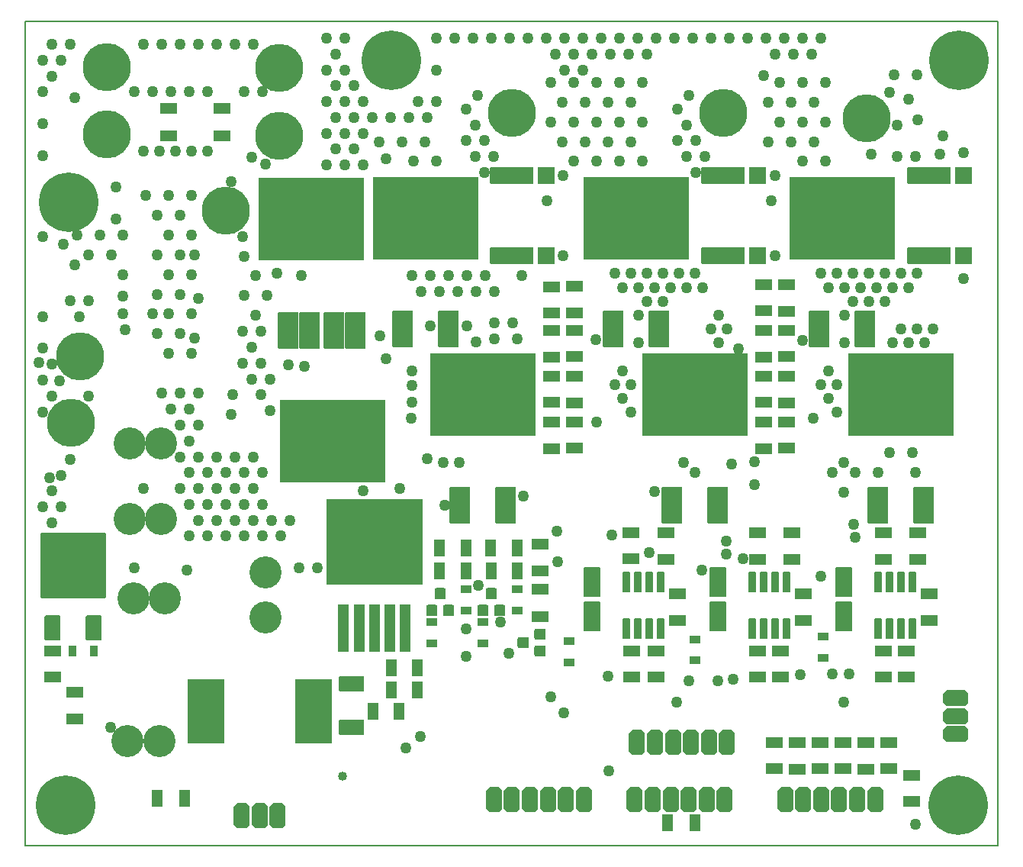
<source format=gbr>
G04 PROTEUS GERBER X2 FILE*
%TF.GenerationSoftware,Labcenter,Proteus,8.7-SP3-Build25561*%
%TF.CreationDate,2021-07-11T19:21:44+00:00*%
%TF.FileFunction,Soldermask,Top*%
%TF.FilePolarity,Negative*%
%TF.Part,Single*%
%TF.SameCoordinates,{e2a5a0b5-523e-413d-a229-b9dd8a4e077c}*%
%FSLAX45Y45*%
%MOMM*%
G01*
%TA.AperFunction,Material*%
%ADD55C,1.270000*%
%ADD56C,1.016000*%
%AMPPAD051*
4,1,36,
2.413000,0.825500,
2.413000,-0.825500,
2.410470,-0.851470,
2.403200,-0.875480,
2.391650,-0.897080,
2.376290,-0.915790,
2.357570,-0.931150,
2.335980,-0.942700,
2.311970,-0.949970,
2.286000,-0.952500,
-2.286000,-0.952500,
-2.311970,-0.949970,
-2.335980,-0.942700,
-2.357570,-0.931150,
-2.376290,-0.915790,
-2.391650,-0.897080,
-2.403200,-0.875480,
-2.410470,-0.851470,
-2.413000,-0.825500,
-2.413000,0.825500,
-2.410470,0.851470,
-2.403200,0.875480,
-2.391650,0.897080,
-2.376290,0.915790,
-2.357570,0.931150,
-2.335980,0.942700,
-2.311970,0.949970,
-2.286000,0.952500,
2.286000,0.952500,
2.311970,0.949970,
2.335980,0.942700,
2.357570,0.931150,
2.376290,0.915790,
2.391650,0.897080,
2.403200,0.875480,
2.410470,0.851470,
2.413000,0.825500,
0*%
%TA.AperFunction,Material*%
%ADD57PPAD051*%
%AMPPAD052*
4,1,36,
0.952500,0.825500,
0.952500,-0.825500,
0.949970,-0.851470,
0.942700,-0.875480,
0.931150,-0.897080,
0.915790,-0.915790,
0.897070,-0.931150,
0.875480,-0.942700,
0.851470,-0.949970,
0.825500,-0.952500,
-0.825500,-0.952500,
-0.851470,-0.949970,
-0.875480,-0.942700,
-0.897070,-0.931150,
-0.915790,-0.915790,
-0.931150,-0.897080,
-0.942700,-0.875480,
-0.949970,-0.851470,
-0.952500,-0.825500,
-0.952500,0.825500,
-0.949970,0.851470,
-0.942700,0.875480,
-0.931150,0.897080,
-0.915790,0.915790,
-0.897070,0.931150,
-0.875480,0.942700,
-0.851470,0.949970,
-0.825500,0.952500,
0.825500,0.952500,
0.851470,0.949970,
0.875480,0.942700,
0.897070,0.931150,
0.915790,0.915790,
0.931150,0.897080,
0.942700,0.875480,
0.949970,0.851470,
0.952500,0.825500,
0*%
%ADD58PPAD052*%
%TA.AperFunction,Material*%
%ADD59C,5.334000*%
%AMPPAD054*
4,1,36,
-3.492500,3.619500,
3.492500,3.619500,
3.518470,3.616970,
3.542480,3.609700,
3.564080,3.598150,
3.582790,3.582790,
3.598150,3.564070,
3.609700,3.542480,
3.616970,3.518470,
3.619500,3.492500,
3.619500,-3.492500,
3.616970,-3.518470,
3.609700,-3.542480,
3.598150,-3.564070,
3.582790,-3.582790,
3.564080,-3.598150,
3.542480,-3.609700,
3.518470,-3.616970,
3.492500,-3.619500,
-3.492500,-3.619500,
-3.518470,-3.616970,
-3.542480,-3.609700,
-3.564080,-3.598150,
-3.582790,-3.582790,
-3.598150,-3.564070,
-3.609700,-3.542480,
-3.616970,-3.518470,
-3.619500,-3.492500,
-3.619500,3.492500,
-3.616970,3.518470,
-3.609700,3.542480,
-3.598150,3.564070,
-3.582790,3.582790,
-3.564080,3.598150,
-3.542480,3.609700,
-3.518470,3.616970,
-3.492500,3.619500,
0*%
%TA.AperFunction,Material*%
%ADD60PPAD054*%
%AMPPAD055*
4,1,36,
-0.762000,1.397000,
0.762000,1.397000,
0.787970,1.394470,
0.811980,1.387200,
0.833580,1.375650,
0.852290,1.360290,
0.867650,1.341570,
0.879200,1.319980,
0.886470,1.295970,
0.889000,1.270000,
0.889000,-1.270000,
0.886470,-1.295970,
0.879200,-1.319980,
0.867650,-1.341570,
0.852290,-1.360290,
0.833580,-1.375650,
0.811980,-1.387200,
0.787970,-1.394470,
0.762000,-1.397000,
-0.762000,-1.397000,
-0.787970,-1.394470,
-0.811980,-1.387200,
-0.833580,-1.375650,
-0.852290,-1.360290,
-0.867650,-1.341570,
-0.879200,-1.319980,
-0.886470,-1.295970,
-0.889000,-1.270000,
-0.889000,1.270000,
-0.886470,1.295970,
-0.879200,1.319980,
-0.867650,1.341570,
-0.852290,1.360290,
-0.833580,1.375650,
-0.811980,1.387200,
-0.787970,1.394470,
-0.762000,1.397000,
0*%
%ADD61PPAD055*%
%AMPPAD056*
4,1,36,
0.317500,-0.571500,
-0.317500,-0.571500,
-0.343470,-0.568970,
-0.367480,-0.561700,
-0.389080,-0.550150,
-0.407790,-0.534790,
-0.423150,-0.516070,
-0.434700,-0.494480,
-0.441970,-0.470470,
-0.444500,-0.444500,
-0.444500,0.444500,
-0.441970,0.470470,
-0.434700,0.494480,
-0.423150,0.516070,
-0.407790,0.534790,
-0.389080,0.550150,
-0.367480,0.561700,
-0.343470,0.568970,
-0.317500,0.571500,
0.317500,0.571500,
0.343470,0.568970,
0.367480,0.561700,
0.389080,0.550150,
0.407790,0.534790,
0.423150,0.516070,
0.434700,0.494480,
0.441970,0.470470,
0.444500,0.444500,
0.444500,-0.444500,
0.441970,-0.470470,
0.434700,-0.494480,
0.423150,-0.516070,
0.407790,-0.534790,
0.389080,-0.550150,
0.367480,-0.561700,
0.343470,-0.568970,
0.317500,-0.571500,
0*%
%TA.AperFunction,Material*%
%ADD62PPAD056*%
%AMPPAD057*
4,1,4,
-0.901700,-0.571500,
-0.901700,0.571500,
0.901700,0.571500,
0.901700,-0.571500,
-0.901700,-0.571500,
0*%
%ADD63PPAD057*%
%AMPPAD058*
4,1,4,
-0.571500,2.603500,
0.571500,2.603500,
0.571500,-2.603500,
-0.571500,-2.603500,
-0.571500,2.603500,
0*%
%TA.AperFunction,Material*%
%ADD64PPAD058*%
%AMPPAD059*
4,1,4,
-5.372100,-4.775200,
-5.372100,4.775200,
5.372100,4.775200,
5.372100,-4.775200,
-5.372100,-4.775200,
0*%
%ADD65PPAD059*%
%AMPPAD060*
4,1,36,
-1.905000,3.556000,
1.905000,3.556000,
1.930970,3.553470,
1.954980,3.546200,
1.976580,3.534650,
1.995290,3.519290,
2.010650,3.500570,
2.022200,3.478980,
2.029470,3.454970,
2.032000,3.429000,
2.032000,-3.429000,
2.029470,-3.454970,
2.022200,-3.478980,
2.010650,-3.500570,
1.995290,-3.519290,
1.976580,-3.534650,
1.954980,-3.546200,
1.930970,-3.553470,
1.905000,-3.556000,
-1.905000,-3.556000,
-1.930970,-3.553470,
-1.954980,-3.546200,
-1.976580,-3.534650,
-1.995290,-3.519290,
-2.010650,-3.500570,
-2.022200,-3.478980,
-2.029470,-3.454970,
-2.032000,-3.429000,
-2.032000,3.429000,
-2.029470,3.454970,
-2.022200,3.478980,
-2.010650,3.500570,
-1.995290,3.519290,
-1.976580,3.534650,
-1.954980,3.546200,
-1.930970,3.553470,
-1.905000,3.556000,
0*%
%TA.AperFunction,Material*%
%ADD66PPAD060*%
%AMPPAD061*
4,1,36,
-1.397000,-0.736600,
-1.397000,0.736600,
-1.394470,0.762570,
-1.387200,0.786580,
-1.375650,0.808180,
-1.360290,0.826890,
-1.341570,0.842250,
-1.319980,0.853800,
-1.295970,0.861070,
-1.270000,0.863600,
1.270000,0.863600,
1.295970,0.861070,
1.319980,0.853800,
1.341570,0.842250,
1.360290,0.826890,
1.375650,0.808180,
1.387200,0.786580,
1.394470,0.762570,
1.397000,0.736600,
1.397000,-0.736600,
1.394470,-0.762570,
1.387200,-0.786580,
1.375650,-0.808180,
1.360290,-0.826890,
1.341570,-0.842250,
1.319980,-0.853800,
1.295970,-0.861070,
1.270000,-0.863600,
-1.270000,-0.863600,
-1.295970,-0.861070,
-1.319980,-0.853800,
-1.341570,-0.842250,
-1.360290,-0.826890,
-1.375650,-0.808180,
-1.387200,-0.786580,
-1.394470,-0.762570,
-1.397000,-0.736600,
0*%
%ADD67PPAD061*%
%AMPPAD062*
4,1,4,
0.571500,-0.901700,
-0.571500,-0.901700,
-0.571500,0.901700,
0.571500,0.901700,
0.571500,-0.901700,
0*%
%ADD68PPAD062*%
%TA.AperFunction,Material*%
%ADD69C,6.604000*%
%AMPPAD064*
4,1,36,
0.317500,-1.143000,
-0.317500,-1.143000,
-0.343470,-1.140470,
-0.367480,-1.133200,
-0.389080,-1.121650,
-0.407790,-1.106290,
-0.423150,-1.087570,
-0.434700,-1.065980,
-0.441970,-1.041970,
-0.444500,-1.016000,
-0.444500,1.016000,
-0.441970,1.041970,
-0.434700,1.065980,
-0.423150,1.087570,
-0.407790,1.106290,
-0.389080,1.121650,
-0.367480,1.133200,
-0.343470,1.140470,
-0.317500,1.143000,
0.317500,1.143000,
0.343470,1.140470,
0.367480,1.133200,
0.389080,1.121650,
0.407790,1.106290,
0.423150,1.087570,
0.434700,1.065980,
0.441970,1.041970,
0.444500,1.016000,
0.444500,-1.016000,
0.441970,-1.041970,
0.434700,-1.065980,
0.423150,-1.087570,
0.407790,-1.106290,
0.389080,-1.121650,
0.367480,-1.133200,
0.343470,-1.140470,
0.317500,-1.143000,
0*%
%TA.AperFunction,Material*%
%ADD74PPAD064*%
%AMPPAD065*
4,1,36,
-0.825500,1.651000,
0.825500,1.651000,
0.851470,1.648470,
0.875480,1.641200,
0.897080,1.629650,
0.915790,1.614290,
0.931150,1.595570,
0.942700,1.573980,
0.949970,1.549970,
0.952500,1.524000,
0.952500,-1.524000,
0.949970,-1.549970,
0.942700,-1.573980,
0.931150,-1.595570,
0.915790,-1.614290,
0.897080,-1.629650,
0.875480,-1.641200,
0.851470,-1.648470,
0.825500,-1.651000,
-0.825500,-1.651000,
-0.851470,-1.648470,
-0.875480,-1.641200,
-0.897080,-1.629650,
-0.915790,-1.614290,
-0.931150,-1.595570,
-0.942700,-1.573980,
-0.949970,-1.549970,
-0.952500,-1.524000,
-0.952500,1.524000,
-0.949970,1.549970,
-0.942700,1.573980,
-0.931150,1.595570,
-0.915790,1.614290,
-0.897080,1.629650,
-0.875480,1.641200,
-0.851470,1.648470,
-0.825500,1.651000,
0*%
%TA.AperFunction,Material*%
%ADD75PPAD065*%
%AMPPAD066*
4,1,36,
0.571500,0.317500,
0.571500,-0.317500,
0.568970,-0.343470,
0.561700,-0.367480,
0.550150,-0.389080,
0.534790,-0.407790,
0.516070,-0.423150,
0.494480,-0.434700,
0.470470,-0.441970,
0.444500,-0.444500,
-0.444500,-0.444500,
-0.470470,-0.441970,
-0.494480,-0.434700,
-0.516070,-0.423150,
-0.534790,-0.407790,
-0.550150,-0.389080,
-0.561700,-0.367480,
-0.568970,-0.343470,
-0.571500,-0.317500,
-0.571500,0.317500,
-0.568970,0.343470,
-0.561700,0.367480,
-0.550150,0.389080,
-0.534790,0.407790,
-0.516070,0.423150,
-0.494480,0.434700,
-0.470470,0.441970,
-0.444500,0.444500,
0.444500,0.444500,
0.470470,0.441970,
0.494480,0.434700,
0.516070,0.423150,
0.534790,0.407790,
0.550150,0.389080,
0.561700,0.367480,
0.568970,0.343470,
0.571500,0.317500,
0*%
%ADD76PPAD066*%
%AMPPAD067*
4,1,36,
0.444500,-0.635000,
-0.444500,-0.635000,
-0.470470,-0.632470,
-0.494480,-0.625200,
-0.516080,-0.613650,
-0.534790,-0.598290,
-0.550150,-0.579570,
-0.561700,-0.557980,
-0.568970,-0.533970,
-0.571500,-0.508000,
-0.571500,0.508000,
-0.568970,0.533970,
-0.561700,0.557980,
-0.550150,0.579570,
-0.534790,0.598290,
-0.516080,0.613650,
-0.494480,0.625200,
-0.470470,0.632470,
-0.444500,0.635000,
0.444500,0.635000,
0.470470,0.632470,
0.494480,0.625200,
0.516080,0.613650,
0.534790,0.598290,
0.550150,0.579570,
0.561700,0.557980,
0.568970,0.533970,
0.571500,0.508000,
0.571500,-0.508000,
0.568970,-0.533970,
0.561700,-0.557980,
0.550150,-0.579570,
0.534790,-0.598290,
0.516080,-0.613650,
0.494480,-0.625200,
0.470470,-0.632470,
0.444500,-0.635000,
0*%
%TA.AperFunction,Material*%
%ADD77PPAD067*%
%AMPPAD068*
4,1,36,
0.635000,0.444500,
0.635000,-0.444500,
0.632470,-0.470470,
0.625200,-0.494480,
0.613650,-0.516080,
0.598290,-0.534790,
0.579570,-0.550150,
0.557980,-0.561700,
0.533970,-0.568970,
0.508000,-0.571500,
-0.508000,-0.571500,
-0.533970,-0.568970,
-0.557980,-0.561700,
-0.579570,-0.550150,
-0.598290,-0.534790,
-0.613650,-0.516080,
-0.625200,-0.494480,
-0.632470,-0.470470,
-0.635000,-0.444500,
-0.635000,0.444500,
-0.632470,0.470470,
-0.625200,0.494480,
-0.613650,0.516080,
-0.598290,0.534790,
-0.579570,0.550150,
-0.557980,0.561700,
-0.533970,0.568970,
-0.508000,0.571500,
0.508000,0.571500,
0.533970,0.568970,
0.557980,0.561700,
0.579570,0.550150,
0.598290,0.534790,
0.613650,0.516080,
0.625200,0.494480,
0.632470,0.470470,
0.635000,0.444500,
0*%
%ADD78PPAD068*%
%AMPPAD069*
4,1,8,
-1.397000,-0.509800,
-1.397000,0.509800,
-1.017800,0.889000,
1.017800,0.889000,
1.397000,0.509800,
1.397000,-0.509800,
1.017800,-0.889000,
-1.017800,-0.889000,
-1.397000,-0.509800,
0*%
%ADD79PPAD069*%
%AMPPAD070*
4,1,8,
-0.509800,1.397000,
0.509800,1.397000,
0.889000,1.017800,
0.889000,-1.017800,
0.509800,-1.397000,
-0.509800,-1.397000,
-0.889000,-1.017800,
-0.889000,1.017800,
-0.509800,1.397000,
0*%
%TA.AperFunction,Material*%
%ADD80PPAD070*%
%TA.AperFunction,Material*%
%ADD81C,3.556000*%
%AMPPAD072*
4,1,36,
5.715000,-4.572000,
-5.715000,-4.572000,
-5.740970,-4.569470,
-5.764980,-4.562200,
-5.786580,-4.550650,
-5.805290,-4.535290,
-5.820650,-4.516570,
-5.832200,-4.494980,
-5.839470,-4.470970,
-5.842000,-4.445000,
-5.842000,4.445000,
-5.839470,4.470970,
-5.832200,4.494980,
-5.820650,4.516570,
-5.805290,4.535290,
-5.786580,4.550650,
-5.764980,4.562200,
-5.740970,4.569470,
-5.715000,4.572000,
5.715000,4.572000,
5.740970,4.569470,
5.764980,4.562200,
5.786580,4.550650,
5.805290,4.535290,
5.820650,4.516570,
5.832200,4.494980,
5.839470,4.470970,
5.842000,4.445000,
5.842000,-4.445000,
5.839470,-4.470970,
5.832200,-4.494980,
5.820650,-4.516570,
5.805290,-4.535290,
5.786580,-4.550650,
5.764980,-4.562200,
5.740970,-4.569470,
5.715000,-4.572000,
0*%
%TA.AperFunction,Material*%
%ADD82PPAD072*%
%AMPPAD073*
4,1,36,
1.016000,-2.032000,
-1.016000,-2.032000,
-1.041970,-2.029470,
-1.065980,-2.022200,
-1.087580,-2.010650,
-1.106290,-1.995290,
-1.121650,-1.976570,
-1.133200,-1.954980,
-1.140470,-1.930970,
-1.143000,-1.905000,
-1.143000,1.905000,
-1.140470,1.930970,
-1.133200,1.954980,
-1.121650,1.976570,
-1.106290,1.995290,
-1.087580,2.010650,
-1.065980,2.022200,
-1.041970,2.029470,
-1.016000,2.032000,
1.016000,2.032000,
1.041970,2.029470,
1.065980,2.022200,
1.087580,2.010650,
1.106290,1.995290,
1.121650,1.976570,
1.133200,1.954980,
1.140470,1.930970,
1.143000,1.905000,
1.143000,-1.905000,
1.140470,-1.930970,
1.133200,-1.954980,
1.121650,-1.976570,
1.106290,-1.995290,
1.087580,-2.010650,
1.065980,-2.022200,
1.041970,-2.029470,
1.016000,-2.032000,
0*%
%ADD83PPAD073*%
%TA.AperFunction,Profile*%
%ADD39C,0.203200*%
%TD.AperFunction*%
D55*
X+3225800Y+1174750D03*
X+3479800Y+1174750D03*
X+5257800Y+1174750D03*
X+5511800Y+1174750D03*
X+5765800Y+1174750D03*
X+7543800Y+1174750D03*
X+7797800Y+1174750D03*
X+3098800Y+1394720D03*
X+3352800Y+1394720D03*
X+4876800Y+1394720D03*
X+5130800Y+1394720D03*
X+5384800Y+1394720D03*
X+5638800Y+1394720D03*
X+7162800Y+1394720D03*
X+7416800Y+1394720D03*
X+7670800Y+1394720D03*
X+4749800Y+1614690D03*
X+5003800Y+1614690D03*
X+5257800Y+1614690D03*
X+5511800Y+1614690D03*
X+5765800Y+1614690D03*
X+7289800Y+1614690D03*
X+7543800Y+1614690D03*
X+7797800Y+1614690D03*
X+4876800Y+1834660D03*
X+5130800Y+1834660D03*
X+5384800Y+1834660D03*
X+5638800Y+1834660D03*
X+7162800Y+1834660D03*
X+7416800Y+1834660D03*
X+7670800Y+1834660D03*
X+4749800Y+2054630D03*
X+5003800Y+2054630D03*
X+5257800Y+2054630D03*
X+5511800Y+2054630D03*
X+5765800Y+2054630D03*
X+7289800Y+2054630D03*
X+7543800Y+2054630D03*
X+7797800Y+2054630D03*
X+3213100Y-1497654D03*
X+3213100Y-1308100D03*
X+3213100Y-1145702D03*
X+4127500Y-617774D03*
X+4330700Y-617774D03*
X+3314700Y-265822D03*
X+3517900Y-265822D03*
X+3721100Y-265822D03*
X+3924300Y-265822D03*
X+4127500Y-265822D03*
X+3213100Y-89846D03*
X+3416300Y-89846D03*
X+3619500Y-89846D03*
X+3822700Y-89846D03*
X+4025900Y-89846D03*
X+4432300Y-89846D03*
X+4013200Y+1052310D03*
X+3911600Y+1228286D03*
X+4114800Y+1228286D03*
X+3810000Y+1404262D03*
X+4013200Y+1404262D03*
X+3911600Y+1580238D03*
X+3810000Y+1756214D03*
X+3937000Y+1905000D03*
X+8597900Y+1228286D03*
X+8801100Y+1228286D03*
X+8597900Y+1580238D03*
X+8724900Y+1866900D03*
X+6363969Y+1052310D03*
X+6262369Y+1228286D03*
X+6465569Y+1228286D03*
X+6160769Y+1404262D03*
X+6363969Y+1404262D03*
X+6262369Y+1580238D03*
X+6160769Y+1756214D03*
X+6286500Y+1905000D03*
X+7747000Y-3429000D03*
X+6428649Y-3363510D03*
X+3200400Y-1676400D03*
X+4127500Y-793750D03*
X+4381500Y-793750D03*
X+5003800Y+1174750D03*
X-134100Y-5105400D03*
X+1472186Y-535190D03*
X+1345186Y-315220D03*
X+1599186Y-315220D03*
X+1472186Y-95250D03*
X+1345186Y+124720D03*
X+1714500Y-63500D03*
X+1206500Y+952500D03*
X+1587500Y+1143000D03*
X+2844800Y+1394720D03*
X+8305800Y+1257545D03*
X+9067800Y+1257545D03*
X+8509000Y+1943100D03*
X+8559800Y+2137425D03*
X+8813800Y+2137425D03*
X+2921000Y+1206500D03*
X+4191000Y-3937000D03*
X+7519052Y-4519896D03*
X+7874000Y-4508500D03*
X+3811743Y-4009908D03*
X+3810000Y-4318000D03*
X+4445000Y-2540000D03*
X+6756400Y-2184400D03*
X+508000Y-958605D03*
X+762000Y-958605D03*
X+381000Y-738635D03*
X+635000Y-738635D03*
X+0Y-518665D03*
X+508000Y-518665D03*
X+762000Y-518665D03*
X+381000Y-298695D03*
X+635000Y-298695D03*
X+0Y-78725D03*
X+508000Y-78725D03*
X+762000Y-78725D03*
X-381000Y+141245D03*
X-127000Y+141245D03*
X+381000Y+141245D03*
X+635000Y+141245D03*
X-508000Y+361215D03*
X-254000Y+361215D03*
X+0Y+361215D03*
X+508000Y+361215D03*
X+762000Y+361215D03*
X+381000Y+581185D03*
X+635000Y+581185D03*
X+254000Y+801155D03*
X+508000Y+801155D03*
X+762000Y+801155D03*
X+5384021Y-4535575D03*
X+4283159Y-4283011D03*
X+4826045Y-3267760D03*
X+2667000Y-2476500D03*
X+7543800Y-812800D03*
X+8127850Y-2993866D03*
X+8118219Y-2853714D03*
X+5249412Y-804176D03*
X+6696244Y-3035770D03*
X+5257800Y-1714500D03*
X+5905500Y-2489200D03*
X+6698805Y-3180794D03*
X+7664736Y-1676863D03*
X+8001000Y-2498395D03*
X+6350000Y-2278425D03*
X+7874000Y-2278425D03*
X+8128000Y-2278425D03*
X+8382000Y-2278425D03*
X+8509000Y-2058455D03*
X+8763000Y-2058455D03*
X+1218186Y-1415070D03*
X+1980186Y-95250D03*
X+3924300Y-823914D03*
X+3416300Y-647938D03*
X+3822700Y-647938D03*
X+7924800Y-1608885D03*
X+7835900Y-1454906D03*
X+7747000Y-1300927D03*
X+7924800Y-1300927D03*
X+7835900Y-1146948D03*
X+8013700Y-838990D03*
X+8547100Y-838990D03*
X+8724900Y-838990D03*
X+8902700Y-838990D03*
X+8636000Y-685011D03*
X+8813800Y-685011D03*
X+8991600Y-685011D03*
X+8013700Y-531032D03*
X+8102600Y-377053D03*
X+8280400Y-377053D03*
X+8458200Y-377053D03*
X+7835900Y-223074D03*
X+8013700Y-223074D03*
X+8191500Y-223074D03*
X+8369300Y-223074D03*
X+8547100Y-223074D03*
X+8724900Y-223074D03*
X+7747000Y-69095D03*
X+7924800Y-69095D03*
X+8102600Y-69095D03*
X+8280400Y-69095D03*
X+8458200Y-69095D03*
X+8636000Y-69095D03*
X+8813800Y-69095D03*
X+5638800Y-1608885D03*
X+5549900Y-1454906D03*
X+5461000Y-1300927D03*
X+5638800Y-1300927D03*
X+5549900Y-1146948D03*
X+5727700Y-838990D03*
X+6616700Y-838990D03*
X+6527800Y-685011D03*
X+6705600Y-685011D03*
X+5727700Y-531032D03*
X+6616700Y-531032D03*
X+5816600Y-377053D03*
X+5994400Y-377053D03*
X+5549900Y-223074D03*
X+5727700Y-223074D03*
X+5905500Y-223074D03*
X+6083300Y-223074D03*
X+6261100Y-223074D03*
X+6438900Y-223074D03*
X+5461000Y-69095D03*
X+5638800Y-69095D03*
X+5816600Y-69095D03*
X+5994400Y-69095D03*
X+6172200Y-69095D03*
X+6350000Y-69095D03*
X+7010400Y-2413000D03*
X+3556000Y-2168441D03*
X+3733800Y-2168441D03*
X+6223000Y-2168441D03*
X+8001000Y-2168441D03*
X+800100Y-782630D03*
X+0Y-320693D03*
X+800100Y+141244D03*
X+4711700Y+738213D03*
X+7200900Y+738213D03*
X+7112000Y+2124024D03*
X+8826500Y+1638300D03*
X+9105900Y+1460500D03*
X+2014205Y-1094840D03*
X+1841500Y-1079500D03*
X+8802625Y-6177544D03*
X+8064500Y-4508500D03*
X+8001000Y-4826000D03*
X+6286500Y-4584700D03*
X+6604000Y-4584700D03*
X+6153231Y-4826944D03*
X+6778656Y-4571579D03*
X+127000Y-3334134D03*
X+1955800Y-3334134D03*
X+2159000Y-3334134D03*
X+736600Y-2982182D03*
X+939800Y-2982182D03*
X+1143000Y-2982182D03*
X+1346200Y-2982182D03*
X+1549400Y-2982182D03*
X+1752600Y-2982182D03*
X+838200Y-2806206D03*
X+1041400Y-2806206D03*
X+1244600Y-2806206D03*
X+1447800Y-2806206D03*
X+1651000Y-2806206D03*
X+1854200Y-2806206D03*
X+736600Y-2630230D03*
X+939800Y-2630230D03*
X+1143000Y-2630230D03*
X+1346200Y-2630230D03*
X+1549400Y-2630230D03*
X+228600Y-2454254D03*
X+635000Y-2454254D03*
X+838200Y-2454254D03*
X+1041400Y-2454254D03*
X+1244600Y-2454254D03*
X+1447800Y-2454254D03*
X+3073400Y-2454254D03*
X+736600Y-2278278D03*
X+939800Y-2278278D03*
X+1143000Y-2278278D03*
X+1346200Y-2278278D03*
X+1549400Y-2278278D03*
X+635000Y-2102302D03*
X+838200Y-2102302D03*
X+1041400Y-2102302D03*
X+1244600Y-2102302D03*
X+1447800Y-2102302D03*
X+7010400Y-2159000D03*
X+736600Y-1926326D03*
X+635000Y-1750350D03*
X+838200Y-1750350D03*
X+533400Y-1574374D03*
X+736600Y-1574374D03*
X+431800Y-1398398D03*
X+635000Y-1398398D03*
X+838200Y-1398398D03*
X+25400Y-694494D03*
X+330200Y-518518D03*
X+838200Y-342542D03*
X-660400Y+254000D03*
X-76200Y+537338D03*
X-76200Y+889290D03*
X-889000Y+1241242D03*
X-889000Y+1593194D03*
X-889000Y+1945146D03*
X+127000Y+1945146D03*
X+330200Y+1945146D03*
X+533400Y+1945146D03*
X+736600Y+1945146D03*
X+939800Y+1945146D03*
X+1346200Y+1945146D03*
X+1549400Y+1945146D03*
X-787400Y+2121122D03*
X-889000Y+2297098D03*
X-685800Y+2297098D03*
X-787400Y+2473074D03*
X-584200Y+2473074D03*
X+228600Y+2473074D03*
X+431800Y+2473074D03*
X+635000Y+2473074D03*
X+838200Y+2473074D03*
X+1041400Y+2473074D03*
X+1244600Y+2473074D03*
X+1447800Y+2473074D03*
X+2260600Y+1134306D03*
X+2463800Y+1134306D03*
X+2667000Y+1134306D03*
X+2362200Y+1310282D03*
X+2565400Y+1310282D03*
X+2260600Y+1486258D03*
X+2463800Y+1486258D03*
X+2667000Y+1486258D03*
X+2362200Y+1662234D03*
X+2565400Y+1662234D03*
X+2768600Y+1662234D03*
X+2971800Y+1662234D03*
X+3175000Y+1662234D03*
X+3378200Y+1662234D03*
X+2260600Y+1838210D03*
X+2463800Y+1838210D03*
X+2667000Y+1838210D03*
X+3276600Y+1838210D03*
X+3479800Y+1838210D03*
X+2362200Y+2014186D03*
X+2565400Y+2014186D03*
X+2260600Y+2190162D03*
X+2463800Y+2190162D03*
X+3479800Y+2190162D03*
X+4902200Y+2190162D03*
X+5105400Y+2190162D03*
X+2362200Y+2366138D03*
X+4800600Y+2366138D03*
X+5003800Y+2366138D03*
X+5207000Y+2366138D03*
X+5410200Y+2366138D03*
X+5613400Y+2366138D03*
X+5816600Y+2366138D03*
X+7239000Y+2366138D03*
X+7442200Y+2366138D03*
X+7645400Y+2366138D03*
X+2260600Y+2542114D03*
X+2463800Y+2542114D03*
X+3479800Y+2542114D03*
X+3683000Y+2542114D03*
X+3886200Y+2542114D03*
X+4089400Y+2542114D03*
X+4292600Y+2542114D03*
X+4495800Y+2542114D03*
X+4699000Y+2542114D03*
X+4902200Y+2542114D03*
X+5105400Y+2542114D03*
X+5308600Y+2542114D03*
X+5511800Y+2542114D03*
X+5715000Y+2542114D03*
X+5918200Y+2542114D03*
X+6121400Y+2542114D03*
X+6324600Y+2542114D03*
X+6527800Y+2542114D03*
X+6731000Y+2542114D03*
X+6934200Y+2542114D03*
X+7137400Y+2542114D03*
X+7340600Y+2542114D03*
X+7543800Y+2542114D03*
X+7747000Y+2542114D03*
X-787400Y-2834768D03*
X-889000Y-2658792D03*
X-685800Y-2658792D03*
X-787400Y-2482816D03*
X-698500Y-1257300D03*
X-685800Y-2306840D03*
X-812800Y-2336800D03*
X-584200Y-2130864D03*
X-927100Y-1054100D03*
X-889000Y-1602936D03*
X-787400Y-1426960D03*
X-381000Y-1426960D03*
X-889000Y-1250984D03*
X-787400Y-1075008D03*
X-889000Y-899032D03*
X-889000Y-547080D03*
X-482600Y-547080D03*
X-584200Y-371104D03*
X-381000Y-371104D03*
X+1638300Y-1591046D03*
X+1536700Y-1415070D03*
X+1435100Y-1239094D03*
X+1638300Y-1239094D03*
X+1333500Y-1063118D03*
X+1536700Y-1063118D03*
X+1435100Y-887142D03*
X+1333500Y-711166D03*
X+1536700Y-711166D03*
X+1333500Y+344690D03*
X+1435100Y+1224570D03*
X+3145817Y-5333103D03*
X+4895850Y-4946650D03*
X+3944752Y-3532550D03*
X+5431385Y-2971800D03*
X+2857500Y-762000D03*
X+2921000Y-1016000D03*
X+3576345Y-2643122D03*
X+4818888Y-2925288D03*
X+5842000Y-3162300D03*
X+3302000Y-5207000D03*
X+4752309Y-4765009D03*
X+4889500Y+1016000D03*
X+4889500Y+127000D03*
X+9334500Y+1270000D03*
X+9334500Y-127000D03*
X+7239000Y+127000D03*
X+7239000Y+1016000D03*
X+1206500Y-1635040D03*
X+228600Y+1290561D03*
X+406400Y+1290561D03*
X+584200Y+1290561D03*
X+762000Y+1290561D03*
X+939800Y+1290561D03*
X+711200Y-3356131D03*
X+8801100Y-2278278D03*
X+3378200Y-2124299D03*
X-533400Y+31407D03*
X-889000Y+339365D03*
X-533400Y+1879155D03*
X+5397500Y-5588000D03*
X+6883138Y-3230089D03*
X+6832600Y-901700D03*
D56*
X+2444906Y-5646325D03*
D57*
X+6667500Y+1016000D03*
X+6667500Y+127000D03*
D58*
X+7048500Y+127000D03*
X+7048500Y+1016000D03*
D57*
X+8953500Y+1016000D03*
X+8953500Y+127000D03*
D58*
X+9334500Y+127000D03*
X+9334500Y+1016000D03*
D57*
X+4318000Y+1016000D03*
X+4318000Y+127000D03*
D58*
X+4699000Y+127000D03*
X+4699000Y+1016000D03*
D59*
X+4318000Y+1714500D03*
X+6667500Y+1714500D03*
X+8255000Y+1651000D03*
D60*
X-546100Y-3309620D03*
D61*
X-774700Y-4000500D03*
X-317500Y-4000500D03*
D62*
X-552450Y-4254500D03*
X-317500Y-4254500D03*
D63*
X-774700Y-4544500D03*
X-774700Y-4254500D03*
D64*
X+2453640Y-4000500D03*
X+2623820Y-4000500D03*
X+2794000Y-4000500D03*
X+2964180Y-4000500D03*
X+3134360Y-4000500D03*
D65*
X+2794000Y-3048000D03*
D66*
X+2120900Y-4927600D03*
X+927100Y-4927600D03*
D67*
X+2540000Y-5102800D03*
X+2540000Y-4622800D03*
D63*
X-527800Y-4711700D03*
X-527800Y-5011700D03*
D68*
X+3274500Y-4445000D03*
X+2984500Y-4445000D03*
D63*
X+508000Y+1760500D03*
X+508000Y+1460500D03*
X+1104900Y+1760500D03*
X+1104900Y+1460500D03*
D69*
X-602309Y+718491D03*
D59*
X-571500Y-1727200D03*
D63*
X+6032500Y-2948500D03*
X+6032500Y-3238500D03*
X+5638800Y-2946400D03*
X+5638800Y-3236400D03*
D74*
X+5588000Y-4013200D03*
X+5715000Y-4013200D03*
X+5842000Y-4013200D03*
X+5969000Y-4013200D03*
X+5969000Y-3492500D03*
X+5842000Y-3492500D03*
X+5715000Y-3492500D03*
X+5588000Y-3492500D03*
X+6985000Y-4013200D03*
X+7112000Y-4013200D03*
X+7239000Y-4013200D03*
X+7366000Y-4013200D03*
X+7366000Y-3492500D03*
X+7239000Y-3492500D03*
X+7112000Y-3492500D03*
X+6985000Y-3492500D03*
X+8382000Y-4013200D03*
X+8509000Y-4013200D03*
X+8636000Y-4013200D03*
X+8763000Y-4013200D03*
X+8763000Y-3492500D03*
X+8636000Y-3492500D03*
X+8509000Y-3492500D03*
X+8382000Y-3492500D03*
D63*
X+7048500Y-2948500D03*
X+7048500Y-3238500D03*
D75*
X+5207000Y-3492500D03*
X+5207000Y-3873500D03*
X+6604000Y-3492500D03*
X+6604000Y-3873500D03*
X+8001000Y-3492500D03*
X+8001000Y-3873500D03*
D76*
X+4953000Y-4381500D03*
X+4953000Y-4146550D03*
X+6350000Y-4362450D03*
X+6350000Y-4127500D03*
X+7778750Y-4330700D03*
X+7778750Y-4095750D03*
D63*
X+6159500Y-3619500D03*
X+6159500Y-3919500D03*
X+7556500Y-3619500D03*
X+7556500Y-3919500D03*
X+8953500Y-3619500D03*
X+8953500Y-3919500D03*
X+7429500Y-2948500D03*
X+7429500Y-3238500D03*
X+8445500Y-2948500D03*
X+8445500Y-3238500D03*
X+8826500Y-2948500D03*
X+8826500Y-3238500D03*
X+5651500Y-4544500D03*
X+5651500Y-4254500D03*
X+5923000Y-4544500D03*
X+5923000Y-4254500D03*
X+7048500Y-4544500D03*
X+7048500Y-4254500D03*
X+5016500Y-698500D03*
X+5016500Y-988500D03*
X+4762500Y-218000D03*
X+4762500Y-508000D03*
X+5016500Y-1714500D03*
X+5016500Y-2004500D03*
X+4762500Y-1206500D03*
X+4762500Y-1496500D03*
X+5016500Y-208000D03*
X+5016500Y-508000D03*
X+4762500Y-698500D03*
X+4762500Y-998500D03*
X+5016500Y-1206500D03*
X+5016500Y-1506500D03*
X+4762500Y-1714500D03*
X+4762500Y-2014500D03*
X+7366000Y-190500D03*
X+7366000Y-490500D03*
X+7112000Y-698500D03*
X+7112000Y-998500D03*
X+7366000Y-1206500D03*
X+7366000Y-1506500D03*
X+7112000Y-1714500D03*
X+7112000Y-2014500D03*
X+7366000Y-698500D03*
X+7366000Y-988500D03*
X+7112000Y-190500D03*
X+7112000Y-480500D03*
X+7366000Y-1714500D03*
X+7366000Y-2004500D03*
X+7112000Y-1206500D03*
X+7112000Y-1496500D03*
D77*
X+3522980Y-3619500D03*
X+3429000Y-3810000D03*
X+3616960Y-3810000D03*
X+4094480Y-3619500D03*
X+4000500Y-3810000D03*
X+4188460Y-3810000D03*
D78*
X+4445000Y-4160520D03*
X+4635500Y-4254500D03*
X+4635500Y-4066540D03*
D76*
X+3810000Y-3575050D03*
X+3810000Y-3810000D03*
X+3429000Y-3937000D03*
X+3429000Y-4171950D03*
X+4381500Y-3575050D03*
X+4381500Y-3810000D03*
X+4000500Y-3937000D03*
X+4000500Y-4171950D03*
D68*
X+3520000Y-3365500D03*
X+3810000Y-3365500D03*
X+3520000Y-3111500D03*
X+3810000Y-3111500D03*
X+4381500Y-3365500D03*
X+4091500Y-3365500D03*
D63*
X+4635500Y-3075500D03*
X+4635500Y-3365500D03*
X+4635500Y-3873500D03*
X+4635500Y-3573500D03*
D68*
X+4381500Y-3111500D03*
X+4081500Y-3111500D03*
D63*
X+8699500Y-4544500D03*
X+8699500Y-4254500D03*
D68*
X+6350000Y-6159500D03*
X+6050000Y-6159500D03*
D63*
X+8245500Y-5570500D03*
X+8245500Y-5270500D03*
X+7483500Y-5570499D03*
X+7483500Y-5270500D03*
D79*
X+9245600Y-5181500D03*
X+9245600Y-4981500D03*
X+9245600Y-4781500D03*
D63*
X+7302500Y-4544500D03*
X+7302500Y-4254500D03*
X+8445500Y-4544500D03*
X+8445500Y-4254500D03*
X+8753500Y-5635301D03*
X+8753500Y-5925301D03*
X+7991500Y-5270500D03*
X+7991500Y-5560500D03*
X+7737500Y-5270500D03*
X+7737500Y-5560500D03*
X+8499500Y-5270500D03*
X+8499500Y-5560500D03*
X+7229500Y-5270500D03*
X+7229500Y-5560500D03*
D80*
X+8356500Y-5905500D03*
X+8156500Y-5905500D03*
X+7956500Y-5905500D03*
X+7756500Y-5905500D03*
X+7556500Y-5905500D03*
X+7356500Y-5905500D03*
D59*
X-469900Y-990600D03*
X+1146547Y+625845D03*
X-177800Y+1473200D03*
X-177800Y+2223200D03*
X+1739900Y+1460500D03*
X+1739900Y+2210500D03*
D69*
X+9283700Y+2298700D03*
X+2984500Y+2298700D03*
X+9271000Y-5969000D03*
X-635000Y-5969000D03*
D80*
X+4124500Y-5905500D03*
X+4324500Y-5905500D03*
X+4524500Y-5905500D03*
X+4724500Y-5905500D03*
X+4924500Y-5905500D03*
X+5124500Y-5905500D03*
X+5686500Y-5905500D03*
X+5886500Y-5905500D03*
X+6086500Y-5905500D03*
X+6286500Y-5905500D03*
X+6486500Y-5905500D03*
X+6686500Y-5905500D03*
X+5712000Y-5270500D03*
X+5912000Y-5270500D03*
X+6112000Y-5270500D03*
X+6312000Y-5270500D03*
X+6512000Y-5270500D03*
X+6712000Y-5270500D03*
X+1722985Y-6086392D03*
X+1522985Y-6086392D03*
X+1322985Y-6086392D03*
D81*
X+1587500Y-3886200D03*
X+1587500Y-3386200D03*
D82*
X+2332465Y-1930400D03*
D83*
X+2586465Y-698500D03*
X+2078465Y-698500D03*
D82*
X+2095500Y+533400D03*
D83*
X+1841500Y-698500D03*
X+2349500Y-698500D03*
D82*
X+3365500Y+546100D03*
D83*
X+3111500Y-685800D03*
X+3619500Y-685800D03*
D82*
X+4000500Y-1409700D03*
D83*
X+3746500Y-2641600D03*
X+4254500Y-2641600D03*
D82*
X+5702300Y+546100D03*
D83*
X+5448300Y-685800D03*
X+5956300Y-685800D03*
D82*
X+6350000Y-1409700D03*
D83*
X+6096000Y-2641600D03*
X+6604000Y-2641600D03*
D82*
X+7988300Y+546100D03*
D83*
X+7734300Y-685800D03*
X+8242300Y-685800D03*
D82*
X+8636000Y-1409700D03*
D83*
X+8382000Y-2641600D03*
X+8890000Y-2641600D03*
D68*
X+3274500Y-4686300D03*
X+2984500Y-4686300D03*
X+2781300Y-4927600D03*
X+3071300Y-4927600D03*
D81*
X+76200Y-1955800D03*
X+426200Y-1955800D03*
X+76200Y-2794000D03*
X+426200Y-2794000D03*
X+56400Y-5257800D03*
X+406400Y-5257800D03*
X+119900Y-3670300D03*
X+469900Y-3670300D03*
D68*
X+385800Y-5892800D03*
X+685800Y-5892800D03*
D39*
X-1079500Y-6413500D02*
X+9715500Y-6413500D01*
X+9715500Y+2730500D01*
X-1079500Y+2730500D01*
X-1079500Y-6413500D01*
M02*

</source>
